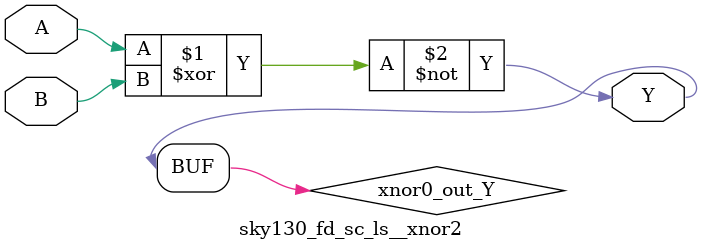
<source format=v>
/*
 * Copyright 2020 The SkyWater PDK Authors
 *
 * Licensed under the Apache License, Version 2.0 (the "License");
 * you may not use this file except in compliance with the License.
 * You may obtain a copy of the License at
 *
 *     https://www.apache.org/licenses/LICENSE-2.0
 *
 * Unless required by applicable law or agreed to in writing, software
 * distributed under the License is distributed on an "AS IS" BASIS,
 * WITHOUT WARRANTIES OR CONDITIONS OF ANY KIND, either express or implied.
 * See the License for the specific language governing permissions and
 * limitations under the License.
 *
 * SPDX-License-Identifier: Apache-2.0
*/


`ifndef SKY130_FD_SC_LS__XNOR2_FUNCTIONAL_V
`define SKY130_FD_SC_LS__XNOR2_FUNCTIONAL_V

/**
 * xnor2: 2-input exclusive NOR.
 *
 *        Y = !(A ^ B)
 *
 * Verilog simulation functional model.
 */

`timescale 1ns / 1ps
`default_nettype none

`celldefine
module sky130_fd_sc_ls__xnor2 (
    Y,
    A,
    B
);

    // Module ports
    output Y;
    input  A;
    input  B;

    // Local signals
    wire xnor0_out_Y;

    //   Name   Output       Other arguments
    xnor xnor0 (xnor0_out_Y, A, B           );
    buf  buf0  (Y          , xnor0_out_Y    );

endmodule
`endcelldefine

`default_nettype wire
`endif  // SKY130_FD_SC_LS__XNOR2_FUNCTIONAL_V
</source>
